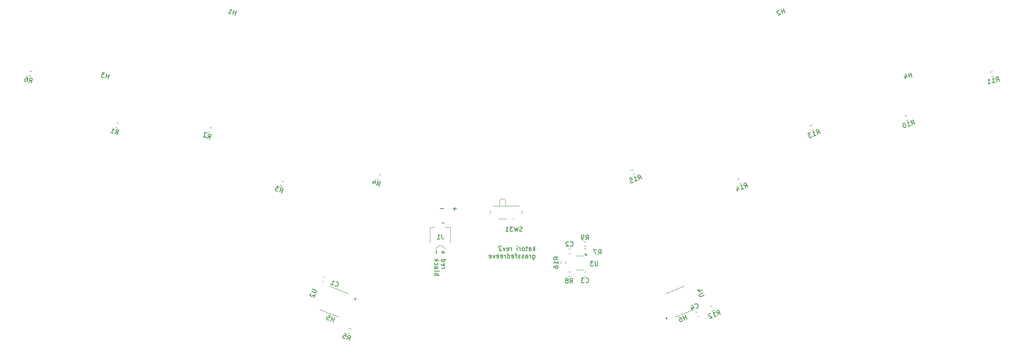
<source format=gbr>
%TF.GenerationSoftware,KiCad,Pcbnew,8.0.9-1.fc41*%
%TF.CreationDate,2025-03-09T10:33:46+11:00*%
%TF.ProjectId,katori,6b61746f-7269-42e6-9b69-6361645f7063,0.2*%
%TF.SameCoordinates,Original*%
%TF.FileFunction,Legend,Bot*%
%TF.FilePolarity,Positive*%
%FSLAX46Y46*%
G04 Gerber Fmt 4.6, Leading zero omitted, Abs format (unit mm)*
G04 Created by KiCad (PCBNEW 8.0.9-1.fc41) date 2025-03-09 10:33:46*
%MOMM*%
%LPD*%
G01*
G04 APERTURE LIST*
%ADD10C,0.150000*%
%ADD11C,0.120000*%
G04 APERTURE END LIST*
D10*
X144567860Y-119184706D02*
X145234425Y-119173071D01*
X145043978Y-119176395D02*
X145138370Y-119127121D01*
X145138370Y-119127121D02*
X145185151Y-119078678D01*
X145185151Y-119078678D02*
X145231101Y-118982623D01*
X145231101Y-118982623D02*
X145229439Y-118887400D01*
X144598019Y-118184026D02*
X144552070Y-118280081D01*
X144552070Y-118280081D02*
X144555394Y-118470528D01*
X144555394Y-118470528D02*
X144604668Y-118564921D01*
X144604668Y-118564921D02*
X144700723Y-118610870D01*
X144700723Y-118610870D02*
X145081617Y-118604222D01*
X145081617Y-118604222D02*
X145176009Y-118554948D01*
X145176009Y-118554948D02*
X145221959Y-118458893D01*
X145221959Y-118458893D02*
X145218635Y-118268446D01*
X145218635Y-118268446D02*
X145169361Y-118174054D01*
X145169361Y-118174054D02*
X145073306Y-118128104D01*
X145073306Y-118128104D02*
X144978083Y-118129766D01*
X144978083Y-118129766D02*
X144891170Y-118607546D01*
X144534617Y-117280233D02*
X145534465Y-117262781D01*
X144582229Y-117279402D02*
X144536279Y-117375457D01*
X144536279Y-117375457D02*
X144539604Y-117565904D01*
X144539604Y-117565904D02*
X144588878Y-117660297D01*
X144588878Y-117660297D02*
X144637321Y-117707077D01*
X144637321Y-117707077D02*
X144733375Y-117753027D01*
X144733375Y-117753027D02*
X145019046Y-117748041D01*
X145019046Y-117748041D02*
X145113438Y-117698767D01*
X145113438Y-117698767D02*
X145160219Y-117650324D01*
X145160219Y-117650324D02*
X145206169Y-117554269D01*
X145206169Y-117554269D02*
X145202845Y-117363822D01*
X145202845Y-117363822D02*
X145153571Y-117269429D01*
X144893904Y-116035678D02*
X144880607Y-115273889D01*
X144506361Y-115661432D02*
X145268150Y-115648135D01*
X164775798Y-115330583D02*
X164775798Y-114330583D01*
X164680560Y-114949630D02*
X164394846Y-115330583D01*
X164394846Y-114663916D02*
X164775798Y-115044868D01*
X163537703Y-115330583D02*
X163537703Y-114806773D01*
X163537703Y-114806773D02*
X163585322Y-114711535D01*
X163585322Y-114711535D02*
X163680560Y-114663916D01*
X163680560Y-114663916D02*
X163871036Y-114663916D01*
X163871036Y-114663916D02*
X163966274Y-114711535D01*
X163537703Y-115282964D02*
X163632941Y-115330583D01*
X163632941Y-115330583D02*
X163871036Y-115330583D01*
X163871036Y-115330583D02*
X163966274Y-115282964D01*
X163966274Y-115282964D02*
X164013893Y-115187725D01*
X164013893Y-115187725D02*
X164013893Y-115092487D01*
X164013893Y-115092487D02*
X163966274Y-114997249D01*
X163966274Y-114997249D02*
X163871036Y-114949630D01*
X163871036Y-114949630D02*
X163632941Y-114949630D01*
X163632941Y-114949630D02*
X163537703Y-114902011D01*
X163204369Y-114663916D02*
X162823417Y-114663916D01*
X163061512Y-114330583D02*
X163061512Y-115187725D01*
X163061512Y-115187725D02*
X163013893Y-115282964D01*
X163013893Y-115282964D02*
X162918655Y-115330583D01*
X162918655Y-115330583D02*
X162823417Y-115330583D01*
X162347226Y-115330583D02*
X162442464Y-115282964D01*
X162442464Y-115282964D02*
X162490083Y-115235344D01*
X162490083Y-115235344D02*
X162537702Y-115140106D01*
X162537702Y-115140106D02*
X162537702Y-114854392D01*
X162537702Y-114854392D02*
X162490083Y-114759154D01*
X162490083Y-114759154D02*
X162442464Y-114711535D01*
X162442464Y-114711535D02*
X162347226Y-114663916D01*
X162347226Y-114663916D02*
X162204369Y-114663916D01*
X162204369Y-114663916D02*
X162109131Y-114711535D01*
X162109131Y-114711535D02*
X162061512Y-114759154D01*
X162061512Y-114759154D02*
X162013893Y-114854392D01*
X162013893Y-114854392D02*
X162013893Y-115140106D01*
X162013893Y-115140106D02*
X162061512Y-115235344D01*
X162061512Y-115235344D02*
X162109131Y-115282964D01*
X162109131Y-115282964D02*
X162204369Y-115330583D01*
X162204369Y-115330583D02*
X162347226Y-115330583D01*
X161585321Y-115330583D02*
X161585321Y-114663916D01*
X161585321Y-114854392D02*
X161537702Y-114759154D01*
X161537702Y-114759154D02*
X161490083Y-114711535D01*
X161490083Y-114711535D02*
X161394845Y-114663916D01*
X161394845Y-114663916D02*
X161299607Y-114663916D01*
X160966273Y-115330583D02*
X160966273Y-114663916D01*
X160966273Y-114330583D02*
X161013892Y-114378202D01*
X161013892Y-114378202D02*
X160966273Y-114425821D01*
X160966273Y-114425821D02*
X160918654Y-114378202D01*
X160918654Y-114378202D02*
X160966273Y-114330583D01*
X160966273Y-114330583D02*
X160966273Y-114425821D01*
X159728178Y-115330583D02*
X159728178Y-114663916D01*
X159728178Y-114854392D02*
X159680559Y-114759154D01*
X159680559Y-114759154D02*
X159632940Y-114711535D01*
X159632940Y-114711535D02*
X159537702Y-114663916D01*
X159537702Y-114663916D02*
X159442464Y-114663916D01*
X158728178Y-115282964D02*
X158823416Y-115330583D01*
X158823416Y-115330583D02*
X159013892Y-115330583D01*
X159013892Y-115330583D02*
X159109130Y-115282964D01*
X159109130Y-115282964D02*
X159156749Y-115187725D01*
X159156749Y-115187725D02*
X159156749Y-114806773D01*
X159156749Y-114806773D02*
X159109130Y-114711535D01*
X159109130Y-114711535D02*
X159013892Y-114663916D01*
X159013892Y-114663916D02*
X158823416Y-114663916D01*
X158823416Y-114663916D02*
X158728178Y-114711535D01*
X158728178Y-114711535D02*
X158680559Y-114806773D01*
X158680559Y-114806773D02*
X158680559Y-114902011D01*
X158680559Y-114902011D02*
X159156749Y-114997249D01*
X158347225Y-114663916D02*
X158109130Y-115330583D01*
X158109130Y-115330583D02*
X157871035Y-114663916D01*
X157537701Y-114425821D02*
X157490082Y-114378202D01*
X157490082Y-114378202D02*
X157394844Y-114330583D01*
X157394844Y-114330583D02*
X157156749Y-114330583D01*
X157156749Y-114330583D02*
X157061511Y-114378202D01*
X157061511Y-114378202D02*
X157013892Y-114425821D01*
X157013892Y-114425821D02*
X156966273Y-114521059D01*
X156966273Y-114521059D02*
X156966273Y-114616297D01*
X156966273Y-114616297D02*
X157013892Y-114759154D01*
X157013892Y-114759154D02*
X157585320Y-115330583D01*
X157585320Y-115330583D02*
X156966273Y-115330583D01*
X164347227Y-116273860D02*
X164347227Y-117083384D01*
X164347227Y-117083384D02*
X164394846Y-117178622D01*
X164394846Y-117178622D02*
X164442465Y-117226241D01*
X164442465Y-117226241D02*
X164537703Y-117273860D01*
X164537703Y-117273860D02*
X164680560Y-117273860D01*
X164680560Y-117273860D02*
X164775798Y-117226241D01*
X164347227Y-116892908D02*
X164442465Y-116940527D01*
X164442465Y-116940527D02*
X164632941Y-116940527D01*
X164632941Y-116940527D02*
X164728179Y-116892908D01*
X164728179Y-116892908D02*
X164775798Y-116845288D01*
X164775798Y-116845288D02*
X164823417Y-116750050D01*
X164823417Y-116750050D02*
X164823417Y-116464336D01*
X164823417Y-116464336D02*
X164775798Y-116369098D01*
X164775798Y-116369098D02*
X164728179Y-116321479D01*
X164728179Y-116321479D02*
X164632941Y-116273860D01*
X164632941Y-116273860D02*
X164442465Y-116273860D01*
X164442465Y-116273860D02*
X164347227Y-116321479D01*
X163871036Y-116940527D02*
X163871036Y-116273860D01*
X163871036Y-116464336D02*
X163823417Y-116369098D01*
X163823417Y-116369098D02*
X163775798Y-116321479D01*
X163775798Y-116321479D02*
X163680560Y-116273860D01*
X163680560Y-116273860D02*
X163585322Y-116273860D01*
X162823417Y-116940527D02*
X162823417Y-116416717D01*
X162823417Y-116416717D02*
X162871036Y-116321479D01*
X162871036Y-116321479D02*
X162966274Y-116273860D01*
X162966274Y-116273860D02*
X163156750Y-116273860D01*
X163156750Y-116273860D02*
X163251988Y-116321479D01*
X162823417Y-116892908D02*
X162918655Y-116940527D01*
X162918655Y-116940527D02*
X163156750Y-116940527D01*
X163156750Y-116940527D02*
X163251988Y-116892908D01*
X163251988Y-116892908D02*
X163299607Y-116797669D01*
X163299607Y-116797669D02*
X163299607Y-116702431D01*
X163299607Y-116702431D02*
X163251988Y-116607193D01*
X163251988Y-116607193D02*
X163156750Y-116559574D01*
X163156750Y-116559574D02*
X162918655Y-116559574D01*
X162918655Y-116559574D02*
X162823417Y-116511955D01*
X162394845Y-116892908D02*
X162299607Y-116940527D01*
X162299607Y-116940527D02*
X162109131Y-116940527D01*
X162109131Y-116940527D02*
X162013893Y-116892908D01*
X162013893Y-116892908D02*
X161966274Y-116797669D01*
X161966274Y-116797669D02*
X161966274Y-116750050D01*
X161966274Y-116750050D02*
X162013893Y-116654812D01*
X162013893Y-116654812D02*
X162109131Y-116607193D01*
X162109131Y-116607193D02*
X162251988Y-116607193D01*
X162251988Y-116607193D02*
X162347226Y-116559574D01*
X162347226Y-116559574D02*
X162394845Y-116464336D01*
X162394845Y-116464336D02*
X162394845Y-116416717D01*
X162394845Y-116416717D02*
X162347226Y-116321479D01*
X162347226Y-116321479D02*
X162251988Y-116273860D01*
X162251988Y-116273860D02*
X162109131Y-116273860D01*
X162109131Y-116273860D02*
X162013893Y-116321479D01*
X161585321Y-116892908D02*
X161490083Y-116940527D01*
X161490083Y-116940527D02*
X161299607Y-116940527D01*
X161299607Y-116940527D02*
X161204369Y-116892908D01*
X161204369Y-116892908D02*
X161156750Y-116797669D01*
X161156750Y-116797669D02*
X161156750Y-116750050D01*
X161156750Y-116750050D02*
X161204369Y-116654812D01*
X161204369Y-116654812D02*
X161299607Y-116607193D01*
X161299607Y-116607193D02*
X161442464Y-116607193D01*
X161442464Y-116607193D02*
X161537702Y-116559574D01*
X161537702Y-116559574D02*
X161585321Y-116464336D01*
X161585321Y-116464336D02*
X161585321Y-116416717D01*
X161585321Y-116416717D02*
X161537702Y-116321479D01*
X161537702Y-116321479D02*
X161442464Y-116273860D01*
X161442464Y-116273860D02*
X161299607Y-116273860D01*
X161299607Y-116273860D02*
X161204369Y-116321479D01*
X160871035Y-116273860D02*
X160490083Y-116273860D01*
X160728178Y-116940527D02*
X160728178Y-116083384D01*
X160728178Y-116083384D02*
X160680559Y-115988146D01*
X160680559Y-115988146D02*
X160585321Y-115940527D01*
X160585321Y-115940527D02*
X160490083Y-115940527D01*
X159775797Y-116892908D02*
X159871035Y-116940527D01*
X159871035Y-116940527D02*
X160061511Y-116940527D01*
X160061511Y-116940527D02*
X160156749Y-116892908D01*
X160156749Y-116892908D02*
X160204368Y-116797669D01*
X160204368Y-116797669D02*
X160204368Y-116416717D01*
X160204368Y-116416717D02*
X160156749Y-116321479D01*
X160156749Y-116321479D02*
X160061511Y-116273860D01*
X160061511Y-116273860D02*
X159871035Y-116273860D01*
X159871035Y-116273860D02*
X159775797Y-116321479D01*
X159775797Y-116321479D02*
X159728178Y-116416717D01*
X159728178Y-116416717D02*
X159728178Y-116511955D01*
X159728178Y-116511955D02*
X160204368Y-116607193D01*
X158871035Y-116940527D02*
X158871035Y-115940527D01*
X158871035Y-116892908D02*
X158966273Y-116940527D01*
X158966273Y-116940527D02*
X159156749Y-116940527D01*
X159156749Y-116940527D02*
X159251987Y-116892908D01*
X159251987Y-116892908D02*
X159299606Y-116845288D01*
X159299606Y-116845288D02*
X159347225Y-116750050D01*
X159347225Y-116750050D02*
X159347225Y-116464336D01*
X159347225Y-116464336D02*
X159299606Y-116369098D01*
X159299606Y-116369098D02*
X159251987Y-116321479D01*
X159251987Y-116321479D02*
X159156749Y-116273860D01*
X159156749Y-116273860D02*
X158966273Y-116273860D01*
X158966273Y-116273860D02*
X158871035Y-116321479D01*
X158394844Y-116940527D02*
X158394844Y-116273860D01*
X158394844Y-116464336D02*
X158347225Y-116369098D01*
X158347225Y-116369098D02*
X158299606Y-116321479D01*
X158299606Y-116321479D02*
X158204368Y-116273860D01*
X158204368Y-116273860D02*
X158109130Y-116273860D01*
X157394844Y-116892908D02*
X157490082Y-116940527D01*
X157490082Y-116940527D02*
X157680558Y-116940527D01*
X157680558Y-116940527D02*
X157775796Y-116892908D01*
X157775796Y-116892908D02*
X157823415Y-116797669D01*
X157823415Y-116797669D02*
X157823415Y-116416717D01*
X157823415Y-116416717D02*
X157775796Y-116321479D01*
X157775796Y-116321479D02*
X157680558Y-116273860D01*
X157680558Y-116273860D02*
X157490082Y-116273860D01*
X157490082Y-116273860D02*
X157394844Y-116321479D01*
X157394844Y-116321479D02*
X157347225Y-116416717D01*
X157347225Y-116416717D02*
X157347225Y-116511955D01*
X157347225Y-116511955D02*
X157823415Y-116607193D01*
X156537701Y-116892908D02*
X156632939Y-116940527D01*
X156632939Y-116940527D02*
X156823415Y-116940527D01*
X156823415Y-116940527D02*
X156918653Y-116892908D01*
X156918653Y-116892908D02*
X156966272Y-116797669D01*
X156966272Y-116797669D02*
X156966272Y-116416717D01*
X156966272Y-116416717D02*
X156918653Y-116321479D01*
X156918653Y-116321479D02*
X156823415Y-116273860D01*
X156823415Y-116273860D02*
X156632939Y-116273860D01*
X156632939Y-116273860D02*
X156537701Y-116321479D01*
X156537701Y-116321479D02*
X156490082Y-116416717D01*
X156490082Y-116416717D02*
X156490082Y-116511955D01*
X156490082Y-116511955D02*
X156966272Y-116607193D01*
X156156748Y-116273860D02*
X155918653Y-116940527D01*
X155918653Y-116940527D02*
X155680558Y-116273860D01*
X154918653Y-116892908D02*
X155013891Y-116940527D01*
X155013891Y-116940527D02*
X155204367Y-116940527D01*
X155204367Y-116940527D02*
X155299605Y-116892908D01*
X155299605Y-116892908D02*
X155347224Y-116797669D01*
X155347224Y-116797669D02*
X155347224Y-116416717D01*
X155347224Y-116416717D02*
X155299605Y-116321479D01*
X155299605Y-116321479D02*
X155204367Y-116273860D01*
X155204367Y-116273860D02*
X155013891Y-116273860D01*
X155013891Y-116273860D02*
X154918653Y-116321479D01*
X154918653Y-116321479D02*
X154871034Y-116416717D01*
X154871034Y-116416717D02*
X154871034Y-116511955D01*
X154871034Y-116511955D02*
X155347224Y-116607193D01*
X143094266Y-120710660D02*
X144094114Y-120693207D01*
X143713219Y-120699856D02*
X143759169Y-120603801D01*
X143759169Y-120603801D02*
X143755845Y-120413354D01*
X143755845Y-120413354D02*
X143706571Y-120318961D01*
X143706571Y-120318961D02*
X143658128Y-120272181D01*
X143658128Y-120272181D02*
X143562073Y-120226231D01*
X143562073Y-120226231D02*
X143276403Y-120231217D01*
X143276403Y-120231217D02*
X143182010Y-120280491D01*
X143182010Y-120280491D02*
X143135229Y-120328934D01*
X143135229Y-120328934D02*
X143089280Y-120424989D01*
X143089280Y-120424989D02*
X143092604Y-120615436D01*
X143092604Y-120615436D02*
X143141878Y-120709829D01*
X143075983Y-119663200D02*
X143125256Y-119757593D01*
X143125256Y-119757593D02*
X143221311Y-119803542D01*
X143221311Y-119803542D02*
X144078323Y-119788583D01*
X143061854Y-118853799D02*
X143585584Y-118844657D01*
X143585584Y-118844657D02*
X143681639Y-118890607D01*
X143681639Y-118890607D02*
X143730913Y-118984999D01*
X143730913Y-118984999D02*
X143734237Y-119175447D01*
X143734237Y-119175447D02*
X143688287Y-119271501D01*
X143109466Y-118852968D02*
X143063517Y-118949023D01*
X143063517Y-118949023D02*
X143067672Y-119187082D01*
X143067672Y-119187082D02*
X143116946Y-119281474D01*
X143116946Y-119281474D02*
X143213000Y-119327424D01*
X143213000Y-119327424D02*
X143308224Y-119325762D01*
X143308224Y-119325762D02*
X143402617Y-119276488D01*
X143402617Y-119276488D02*
X143448566Y-119180433D01*
X143448566Y-119180433D02*
X143444411Y-118942374D01*
X143444411Y-118942374D02*
X143490361Y-118846319D01*
X143093676Y-117948344D02*
X143047726Y-118044398D01*
X143047726Y-118044398D02*
X143051051Y-118234846D01*
X143051051Y-118234846D02*
X143100324Y-118329238D01*
X143100324Y-118329238D02*
X143148767Y-118376019D01*
X143148767Y-118376019D02*
X143244822Y-118421968D01*
X143244822Y-118421968D02*
X143530493Y-118416982D01*
X143530493Y-118416982D02*
X143624885Y-118367708D01*
X143624885Y-118367708D02*
X143671666Y-118319265D01*
X143671666Y-118319265D02*
X143717616Y-118223211D01*
X143717616Y-118223211D02*
X143714291Y-118032763D01*
X143714291Y-118032763D02*
X143665017Y-117938371D01*
X143038585Y-117520669D02*
X144038432Y-117503216D01*
X143417817Y-117418796D02*
X143031936Y-117139774D01*
X143698501Y-117128139D02*
X143324255Y-117515682D01*
X143392054Y-115942830D02*
X143378757Y-115181042D01*
X147771796Y-106214573D02*
X147009892Y-106214573D01*
X147390844Y-106595526D02*
X147390844Y-105833621D01*
X145009891Y-106214573D02*
X144247987Y-106214573D01*
X197753168Y-130242507D02*
X197378561Y-129315323D01*
X197556945Y-129756839D02*
X197027126Y-129970900D01*
X197223348Y-130456568D02*
X196848742Y-129529384D01*
X196009861Y-129868314D02*
X196186467Y-129796960D01*
X196186467Y-129796960D02*
X196292609Y-129805435D01*
X196292609Y-129805435D02*
X196354599Y-129831748D01*
X196354599Y-129831748D02*
X196496418Y-129928526D01*
X196496418Y-129928526D02*
X196611923Y-130087294D01*
X196611923Y-130087294D02*
X196754630Y-130440507D01*
X196754630Y-130440507D02*
X196746155Y-130546649D01*
X196746155Y-130546649D02*
X196719842Y-130608639D01*
X196719842Y-130608639D02*
X196649377Y-130688467D01*
X196649377Y-130688467D02*
X196472771Y-130759821D01*
X196472771Y-130759821D02*
X196366629Y-130751346D01*
X196366629Y-130751346D02*
X196304639Y-130725033D01*
X196304639Y-130725033D02*
X196224811Y-130654568D01*
X196224811Y-130654568D02*
X196135619Y-130433810D01*
X196135619Y-130433810D02*
X196144093Y-130327668D01*
X196144093Y-130327668D02*
X196170407Y-130265678D01*
X196170407Y-130265678D02*
X196240871Y-130185850D01*
X196240871Y-130185850D02*
X196417478Y-130114496D01*
X196417478Y-130114496D02*
X196523620Y-130122971D01*
X196523620Y-130122971D02*
X196585610Y-130149284D01*
X196585610Y-130149284D02*
X196665438Y-130219749D01*
X116605572Y-123663987D02*
X117356149Y-123967240D01*
X117356149Y-123967240D02*
X117426614Y-124047069D01*
X117426614Y-124047069D02*
X117452927Y-124109059D01*
X117452927Y-124109059D02*
X117461402Y-124215200D01*
X117461402Y-124215200D02*
X117390049Y-124391807D01*
X117390049Y-124391807D02*
X117310220Y-124462272D01*
X117310220Y-124462272D02*
X117248230Y-124488585D01*
X117248230Y-124488585D02*
X117142089Y-124497060D01*
X117142089Y-124497060D02*
X116391511Y-124193807D01*
X116319269Y-124626848D02*
X116257279Y-124653161D01*
X116257279Y-124653161D02*
X116177450Y-124723626D01*
X116177450Y-124723626D02*
X116088258Y-124944384D01*
X116088258Y-124944384D02*
X116096733Y-125050526D01*
X116096733Y-125050526D02*
X116123046Y-125112516D01*
X116123046Y-125112516D02*
X116193511Y-125192344D01*
X116193511Y-125192344D02*
X116281814Y-125228021D01*
X116281814Y-125228021D02*
X116432108Y-125237385D01*
X116432108Y-125237385D02*
X117175988Y-124921626D01*
X117175988Y-124921626D02*
X116944088Y-125495597D01*
X226090170Y-90120720D02*
X226220847Y-89554335D01*
X226619989Y-89906659D02*
X226245382Y-88979475D01*
X226245382Y-88979475D02*
X225892169Y-89122182D01*
X225892169Y-89122182D02*
X225821705Y-89202011D01*
X225821705Y-89202011D02*
X225795391Y-89264001D01*
X225795391Y-89264001D02*
X225786917Y-89370142D01*
X225786917Y-89370142D02*
X225840432Y-89502597D01*
X225840432Y-89502597D02*
X225920260Y-89573062D01*
X225920260Y-89573062D02*
X225982250Y-89599375D01*
X225982250Y-89599375D02*
X226088392Y-89607850D01*
X226088392Y-89607850D02*
X226441605Y-89465143D01*
X225207137Y-90477488D02*
X225736957Y-90263427D01*
X225472047Y-90370458D02*
X225097440Y-89443274D01*
X225097440Y-89443274D02*
X225239259Y-89540052D01*
X225239259Y-89540052D02*
X225363239Y-89592678D01*
X225363239Y-89592678D02*
X225469380Y-89601153D01*
X224523469Y-89675173D02*
X223949498Y-89907072D01*
X223949498Y-89907072D02*
X224401267Y-90135416D01*
X224401267Y-90135416D02*
X224268812Y-90188932D01*
X224268812Y-90188932D02*
X224198347Y-90268760D01*
X224198347Y-90268760D02*
X224172034Y-90330750D01*
X224172034Y-90330750D02*
X224163559Y-90436892D01*
X224163559Y-90436892D02*
X224252751Y-90657650D01*
X224252751Y-90657650D02*
X224332580Y-90728115D01*
X224332580Y-90728115D02*
X224394570Y-90754428D01*
X224394570Y-90754428D02*
X224500711Y-90762903D01*
X224500711Y-90762903D02*
X224765621Y-90655872D01*
X224765621Y-90655872D02*
X224836086Y-90576044D01*
X224836086Y-90576044D02*
X224862399Y-90514054D01*
X121417243Y-122866139D02*
X121443557Y-122928129D01*
X121443557Y-122928129D02*
X121558173Y-123025796D01*
X121558173Y-123025796D02*
X121646476Y-123061473D01*
X121646476Y-123061473D02*
X121796769Y-123070837D01*
X121796769Y-123070837D02*
X121920749Y-123018210D01*
X121920749Y-123018210D02*
X122000578Y-122947745D01*
X122000578Y-122947745D02*
X122116083Y-122788977D01*
X122116083Y-122788977D02*
X122169598Y-122656523D01*
X122169598Y-122656523D02*
X122196800Y-122462078D01*
X122196800Y-122462078D02*
X122188326Y-122355936D01*
X122188326Y-122355936D02*
X122135699Y-122231956D01*
X122135699Y-122231956D02*
X122021083Y-122134289D01*
X122021083Y-122134289D02*
X121932780Y-122098612D01*
X121932780Y-122098612D02*
X121782486Y-122089249D01*
X121782486Y-122089249D02*
X121720496Y-122115562D01*
X120498534Y-122597674D02*
X121028354Y-122811735D01*
X120763444Y-122704705D02*
X121138051Y-121777521D01*
X121138051Y-121777521D02*
X121172839Y-121945653D01*
X121172839Y-121945653D02*
X121225465Y-122069633D01*
X121225465Y-122069633D02*
X121295930Y-122149461D01*
X219019822Y-63730216D02*
X218694254Y-62784698D01*
X218849287Y-63234945D02*
X218308990Y-63420984D01*
X218479526Y-63916255D02*
X218153958Y-62970737D01*
X217779742Y-63200315D02*
X217719214Y-63170794D01*
X217719214Y-63170794D02*
X217613661Y-63156776D01*
X217613661Y-63156776D02*
X217388538Y-63234292D01*
X217388538Y-63234292D02*
X217313992Y-63310323D01*
X217313992Y-63310323D02*
X217284470Y-63370851D01*
X217284470Y-63370851D02*
X217270452Y-63476404D01*
X217270452Y-63476404D02*
X217301459Y-63566453D01*
X217301459Y-63566453D02*
X217392993Y-63686024D01*
X217392993Y-63686024D02*
X218119328Y-64040281D01*
X218119328Y-64040281D02*
X217534007Y-64241824D01*
X172407501Y-122376316D02*
X172740834Y-121900125D01*
X172978929Y-122376316D02*
X172978929Y-121376316D01*
X172978929Y-121376316D02*
X172597977Y-121376316D01*
X172597977Y-121376316D02*
X172502739Y-121423935D01*
X172502739Y-121423935D02*
X172455120Y-121471554D01*
X172455120Y-121471554D02*
X172407501Y-121566792D01*
X172407501Y-121566792D02*
X172407501Y-121709649D01*
X172407501Y-121709649D02*
X172455120Y-121804887D01*
X172455120Y-121804887D02*
X172502739Y-121852506D01*
X172502739Y-121852506D02*
X172597977Y-121900125D01*
X172597977Y-121900125D02*
X172978929Y-121900125D01*
X171836072Y-121804887D02*
X171931310Y-121757268D01*
X171931310Y-121757268D02*
X171978929Y-121709649D01*
X171978929Y-121709649D02*
X172026548Y-121614411D01*
X172026548Y-121614411D02*
X172026548Y-121566792D01*
X172026548Y-121566792D02*
X171978929Y-121471554D01*
X171978929Y-121471554D02*
X171931310Y-121423935D01*
X171931310Y-121423935D02*
X171836072Y-121376316D01*
X171836072Y-121376316D02*
X171645596Y-121376316D01*
X171645596Y-121376316D02*
X171550358Y-121423935D01*
X171550358Y-121423935D02*
X171502739Y-121471554D01*
X171502739Y-121471554D02*
X171455120Y-121566792D01*
X171455120Y-121566792D02*
X171455120Y-121614411D01*
X171455120Y-121614411D02*
X171502739Y-121709649D01*
X171502739Y-121709649D02*
X171550358Y-121757268D01*
X171550358Y-121757268D02*
X171645596Y-121804887D01*
X171645596Y-121804887D02*
X171836072Y-121804887D01*
X171836072Y-121804887D02*
X171931310Y-121852506D01*
X171931310Y-121852506D02*
X171978929Y-121900125D01*
X171978929Y-121900125D02*
X172026548Y-121995363D01*
X172026548Y-121995363D02*
X172026548Y-122185839D01*
X172026548Y-122185839D02*
X171978929Y-122281077D01*
X171978929Y-122281077D02*
X171931310Y-122328697D01*
X171931310Y-122328697D02*
X171836072Y-122376316D01*
X171836072Y-122376316D02*
X171645596Y-122376316D01*
X171645596Y-122376316D02*
X171550358Y-122328697D01*
X171550358Y-122328697D02*
X171502739Y-122281077D01*
X171502739Y-122281077D02*
X171455120Y-122185839D01*
X171455120Y-122185839D02*
X171455120Y-121995363D01*
X171455120Y-121995363D02*
X171502739Y-121900125D01*
X171502739Y-121900125D02*
X171550358Y-121852506D01*
X171550358Y-121852506D02*
X171645596Y-121804887D01*
X204454790Y-129358068D02*
X204585467Y-128791683D01*
X204984609Y-129144007D02*
X204610002Y-128216823D01*
X204610002Y-128216823D02*
X204256789Y-128359530D01*
X204256789Y-128359530D02*
X204186325Y-128439359D01*
X204186325Y-128439359D02*
X204160011Y-128501349D01*
X204160011Y-128501349D02*
X204151537Y-128607490D01*
X204151537Y-128607490D02*
X204205052Y-128739945D01*
X204205052Y-128739945D02*
X204284880Y-128810410D01*
X204284880Y-128810410D02*
X204346870Y-128836723D01*
X204346870Y-128836723D02*
X204453012Y-128845198D01*
X204453012Y-128845198D02*
X204806225Y-128702491D01*
X203571757Y-129714836D02*
X204101577Y-129500775D01*
X203836667Y-129607806D02*
X203462060Y-128680622D01*
X203462060Y-128680622D02*
X203603879Y-128777400D01*
X203603879Y-128777400D02*
X203727859Y-128830026D01*
X203727859Y-128830026D02*
X203834000Y-128838501D01*
X202879615Y-129018663D02*
X202817625Y-128992349D01*
X202817625Y-128992349D02*
X202711483Y-128983875D01*
X202711483Y-128983875D02*
X202490725Y-129073067D01*
X202490725Y-129073067D02*
X202420260Y-129152895D01*
X202420260Y-129152895D02*
X202393947Y-129214885D01*
X202393947Y-129214885D02*
X202385472Y-129321027D01*
X202385472Y-129321027D02*
X202421149Y-129409330D01*
X202421149Y-129409330D02*
X202518816Y-129523946D01*
X202518816Y-129523946D02*
X203262696Y-129839705D01*
X203262696Y-129839705D02*
X202688725Y-130071604D01*
X99799693Y-64226308D02*
X100125261Y-63280790D01*
X99970229Y-63731037D02*
X99429932Y-63544998D01*
X99259397Y-64040269D02*
X99584965Y-63094751D01*
X98313878Y-63714701D02*
X98854174Y-63900740D01*
X98584026Y-63807721D02*
X98909594Y-62862202D01*
X98909594Y-62862202D02*
X98953134Y-63028283D01*
X98953134Y-63028283D02*
X99012177Y-63149339D01*
X99012177Y-63149339D02*
X99086723Y-63225370D01*
X210413554Y-101739304D02*
X210544231Y-101172919D01*
X210943373Y-101525243D02*
X210568766Y-100598059D01*
X210568766Y-100598059D02*
X210215553Y-100740766D01*
X210215553Y-100740766D02*
X210145089Y-100820595D01*
X210145089Y-100820595D02*
X210118775Y-100882585D01*
X210118775Y-100882585D02*
X210110301Y-100988726D01*
X210110301Y-100988726D02*
X210163816Y-101121181D01*
X210163816Y-101121181D02*
X210243644Y-101191646D01*
X210243644Y-101191646D02*
X210305634Y-101217959D01*
X210305634Y-101217959D02*
X210411776Y-101226434D01*
X210411776Y-101226434D02*
X210764989Y-101083727D01*
X209530521Y-102096072D02*
X210060341Y-101882011D01*
X209795431Y-101989042D02*
X209420824Y-101061858D01*
X209420824Y-101061858D02*
X209562643Y-101158636D01*
X209562643Y-101158636D02*
X209686623Y-101211262D01*
X209686623Y-101211262D02*
X209792764Y-101219737D01*
X208486054Y-101799041D02*
X208735792Y-102417163D01*
X208564105Y-101356636D02*
X209052439Y-101929718D01*
X209052439Y-101929718D02*
X208478469Y-102161617D01*
X144605621Y-111803238D02*
X144605621Y-112517523D01*
X144605621Y-112517523D02*
X144653240Y-112660380D01*
X144653240Y-112660380D02*
X144748478Y-112755619D01*
X144748478Y-112755619D02*
X144891335Y-112803238D01*
X144891335Y-112803238D02*
X144986573Y-112803238D01*
X143605621Y-112803238D02*
X144177049Y-112803238D01*
X143891335Y-112803238D02*
X143891335Y-111803238D01*
X143891335Y-111803238D02*
X143986573Y-111946095D01*
X143986573Y-111946095D02*
X144081811Y-112041333D01*
X144081811Y-112041333D02*
X144177049Y-112088952D01*
X169858176Y-117278672D02*
X169381985Y-116945339D01*
X169858176Y-116707244D02*
X168858176Y-116707244D01*
X168858176Y-116707244D02*
X168858176Y-117088196D01*
X168858176Y-117088196D02*
X168905795Y-117183434D01*
X168905795Y-117183434D02*
X168953414Y-117231053D01*
X168953414Y-117231053D02*
X169048652Y-117278672D01*
X169048652Y-117278672D02*
X169191509Y-117278672D01*
X169191509Y-117278672D02*
X169286747Y-117231053D01*
X169286747Y-117231053D02*
X169334366Y-117183434D01*
X169334366Y-117183434D02*
X169381985Y-117088196D01*
X169381985Y-117088196D02*
X169381985Y-116707244D01*
X169858176Y-118231053D02*
X169858176Y-117659625D01*
X169858176Y-117945339D02*
X168858176Y-117945339D01*
X168858176Y-117945339D02*
X169001033Y-117850101D01*
X169001033Y-117850101D02*
X169096271Y-117754863D01*
X169096271Y-117754863D02*
X169143890Y-117659625D01*
X168858176Y-119088196D02*
X168858176Y-118897720D01*
X168858176Y-118897720D02*
X168905795Y-118802482D01*
X168905795Y-118802482D02*
X168953414Y-118754863D01*
X168953414Y-118754863D02*
X169096271Y-118659625D01*
X169096271Y-118659625D02*
X169286747Y-118612006D01*
X169286747Y-118612006D02*
X169667699Y-118612006D01*
X169667699Y-118612006D02*
X169762937Y-118659625D01*
X169762937Y-118659625D02*
X169810557Y-118707244D01*
X169810557Y-118707244D02*
X169858176Y-118802482D01*
X169858176Y-118802482D02*
X169858176Y-118992958D01*
X169858176Y-118992958D02*
X169810557Y-119088196D01*
X169810557Y-119088196D02*
X169762937Y-119135815D01*
X169762937Y-119135815D02*
X169667699Y-119183434D01*
X169667699Y-119183434D02*
X169429604Y-119183434D01*
X169429604Y-119183434D02*
X169334366Y-119135815D01*
X169334366Y-119135815D02*
X169286747Y-119088196D01*
X169286747Y-119088196D02*
X169239128Y-118992958D01*
X169239128Y-118992958D02*
X169239128Y-118802482D01*
X169239128Y-118802482D02*
X169286747Y-118707244D01*
X169286747Y-118707244D02*
X169334366Y-118659625D01*
X169334366Y-118659625D02*
X169429604Y-118612006D01*
X130391535Y-101136082D02*
X130878981Y-100819434D01*
X130921355Y-101350143D02*
X131295961Y-100422959D01*
X131295961Y-100422959D02*
X130942749Y-100280251D01*
X130942749Y-100280251D02*
X130836607Y-100288726D01*
X130836607Y-100288726D02*
X130774617Y-100315039D01*
X130774617Y-100315039D02*
X130694788Y-100385504D01*
X130694788Y-100385504D02*
X130641273Y-100517959D01*
X130641273Y-100517959D02*
X130649748Y-100624101D01*
X130649748Y-100624101D02*
X130676061Y-100686091D01*
X130676061Y-100686091D02*
X130746526Y-100765919D01*
X130746526Y-100765919D02*
X131099739Y-100908626D01*
X129846544Y-100196868D02*
X129596806Y-100814990D01*
X130210010Y-99932847D02*
X130163191Y-100684313D01*
X130163191Y-100684313D02*
X129589220Y-100452414D01*
X55075925Y-78758819D02*
X55514558Y-78377414D01*
X55630380Y-78897060D02*
X55872302Y-77926764D01*
X55872302Y-77926764D02*
X55502665Y-77834603D01*
X55502665Y-77834603D02*
X55398736Y-77857768D01*
X55398736Y-77857768D02*
X55341012Y-77892452D01*
X55341012Y-77892452D02*
X55271767Y-77973341D01*
X55271767Y-77973341D02*
X55237207Y-78111955D01*
X55237207Y-78111955D02*
X55260371Y-78215884D01*
X55260371Y-78215884D02*
X55295055Y-78273609D01*
X55295055Y-78273609D02*
X55375944Y-78342853D01*
X55375944Y-78342853D02*
X55745581Y-78435014D01*
X54486165Y-77581161D02*
X54670983Y-77627242D01*
X54670983Y-77627242D02*
X54751872Y-77696486D01*
X54751872Y-77696486D02*
X54786557Y-77754211D01*
X54786557Y-77754211D02*
X54844406Y-77915865D01*
X54844406Y-77915865D02*
X54844530Y-78112203D01*
X54844530Y-78112203D02*
X54752369Y-78481840D01*
X54752369Y-78481840D02*
X54683124Y-78562729D01*
X54683124Y-78562729D02*
X54625400Y-78597413D01*
X54625400Y-78597413D02*
X54521471Y-78620578D01*
X54521471Y-78620578D02*
X54336652Y-78574497D01*
X54336652Y-78574497D02*
X54255763Y-78505252D01*
X54255763Y-78505252D02*
X54221079Y-78447528D01*
X54221079Y-78447528D02*
X54197914Y-78343599D01*
X54197914Y-78343599D02*
X54255515Y-78112576D01*
X54255515Y-78112576D02*
X54324760Y-78031687D01*
X54324760Y-78031687D02*
X54382484Y-77997002D01*
X54382484Y-77997002D02*
X54486414Y-77973838D01*
X54486414Y-77973838D02*
X54671232Y-78019918D01*
X54671232Y-78019918D02*
X54752121Y-78089163D01*
X54752121Y-78089163D02*
X54786805Y-78146888D01*
X54786805Y-78146888D02*
X54809970Y-78250817D01*
X172432513Y-114281111D02*
X172480132Y-114328731D01*
X172480132Y-114328731D02*
X172622989Y-114376350D01*
X172622989Y-114376350D02*
X172718227Y-114376350D01*
X172718227Y-114376350D02*
X172861084Y-114328731D01*
X172861084Y-114328731D02*
X172956322Y-114233492D01*
X172956322Y-114233492D02*
X173003941Y-114138254D01*
X173003941Y-114138254D02*
X173051560Y-113947778D01*
X173051560Y-113947778D02*
X173051560Y-113804921D01*
X173051560Y-113804921D02*
X173003941Y-113614445D01*
X173003941Y-113614445D02*
X172956322Y-113519207D01*
X172956322Y-113519207D02*
X172861084Y-113423969D01*
X172861084Y-113423969D02*
X172718227Y-113376350D01*
X172718227Y-113376350D02*
X172622989Y-113376350D01*
X172622989Y-113376350D02*
X172480132Y-113423969D01*
X172480132Y-113423969D02*
X172432513Y-113471588D01*
X172051560Y-113471588D02*
X172003941Y-113423969D01*
X172003941Y-113423969D02*
X171908703Y-113376350D01*
X171908703Y-113376350D02*
X171670608Y-113376350D01*
X171670608Y-113376350D02*
X171575370Y-113423969D01*
X171575370Y-113423969D02*
X171527751Y-113471588D01*
X171527751Y-113471588D02*
X171480132Y-113566826D01*
X171480132Y-113566826D02*
X171480132Y-113662064D01*
X171480132Y-113662064D02*
X171527751Y-113804921D01*
X171527751Y-113804921D02*
X172099179Y-114376350D01*
X172099179Y-114376350D02*
X171480132Y-114376350D01*
X201469000Y-125023192D02*
X200718423Y-125326445D01*
X200718423Y-125326445D02*
X200612281Y-125317970D01*
X200612281Y-125317970D02*
X200550291Y-125291657D01*
X200550291Y-125291657D02*
X200470463Y-125221192D01*
X200470463Y-125221192D02*
X200399109Y-125044586D01*
X200399109Y-125044586D02*
X200407584Y-124938444D01*
X200407584Y-124938444D02*
X200433897Y-124876454D01*
X200433897Y-124876454D02*
X200504362Y-124796626D01*
X200504362Y-124796626D02*
X201254939Y-124493373D01*
X200606948Y-123779361D02*
X199988826Y-124029099D01*
X201049353Y-123857412D02*
X200476271Y-124345746D01*
X200476271Y-124345746D02*
X200244372Y-123771775D01*
X175820001Y-112946342D02*
X176153334Y-112470151D01*
X176391429Y-112946342D02*
X176391429Y-111946342D01*
X176391429Y-111946342D02*
X176010477Y-111946342D01*
X176010477Y-111946342D02*
X175915239Y-111993961D01*
X175915239Y-111993961D02*
X175867620Y-112041580D01*
X175867620Y-112041580D02*
X175820001Y-112136818D01*
X175820001Y-112136818D02*
X175820001Y-112279675D01*
X175820001Y-112279675D02*
X175867620Y-112374913D01*
X175867620Y-112374913D02*
X175915239Y-112422532D01*
X175915239Y-112422532D02*
X176010477Y-112470151D01*
X176010477Y-112470151D02*
X176391429Y-112470151D01*
X175343810Y-112946342D02*
X175153334Y-112946342D01*
X175153334Y-112946342D02*
X175058096Y-112898723D01*
X175058096Y-112898723D02*
X175010477Y-112851103D01*
X175010477Y-112851103D02*
X174915239Y-112708246D01*
X174915239Y-112708246D02*
X174867620Y-112517770D01*
X174867620Y-112517770D02*
X174867620Y-112136818D01*
X174867620Y-112136818D02*
X174915239Y-112041580D01*
X174915239Y-112041580D02*
X174962858Y-111993961D01*
X174962858Y-111993961D02*
X175058096Y-111946342D01*
X175058096Y-111946342D02*
X175248572Y-111946342D01*
X175248572Y-111946342D02*
X175343810Y-111993961D01*
X175343810Y-111993961D02*
X175391429Y-112041580D01*
X175391429Y-112041580D02*
X175439048Y-112136818D01*
X175439048Y-112136818D02*
X175439048Y-112374913D01*
X175439048Y-112374913D02*
X175391429Y-112470151D01*
X175391429Y-112470151D02*
X175343810Y-112517770D01*
X175343810Y-112517770D02*
X175248572Y-112565389D01*
X175248572Y-112565389D02*
X175058096Y-112565389D01*
X175058096Y-112565389D02*
X174962858Y-112517770D01*
X174962858Y-112517770D02*
X174915239Y-112470151D01*
X174915239Y-112470151D02*
X174867620Y-112374913D01*
X162077148Y-111099280D02*
X161934291Y-111146899D01*
X161934291Y-111146899D02*
X161696196Y-111146899D01*
X161696196Y-111146899D02*
X161600958Y-111099280D01*
X161600958Y-111099280D02*
X161553339Y-111051660D01*
X161553339Y-111051660D02*
X161505720Y-110956422D01*
X161505720Y-110956422D02*
X161505720Y-110861184D01*
X161505720Y-110861184D02*
X161553339Y-110765946D01*
X161553339Y-110765946D02*
X161600958Y-110718327D01*
X161600958Y-110718327D02*
X161696196Y-110670708D01*
X161696196Y-110670708D02*
X161886672Y-110623089D01*
X161886672Y-110623089D02*
X161981910Y-110575470D01*
X161981910Y-110575470D02*
X162029529Y-110527851D01*
X162029529Y-110527851D02*
X162077148Y-110432613D01*
X162077148Y-110432613D02*
X162077148Y-110337375D01*
X162077148Y-110337375D02*
X162029529Y-110242137D01*
X162029529Y-110242137D02*
X161981910Y-110194518D01*
X161981910Y-110194518D02*
X161886672Y-110146899D01*
X161886672Y-110146899D02*
X161648577Y-110146899D01*
X161648577Y-110146899D02*
X161505720Y-110194518D01*
X161172386Y-110146899D02*
X160934291Y-111146899D01*
X160934291Y-111146899D02*
X160743815Y-110432613D01*
X160743815Y-110432613D02*
X160553339Y-111146899D01*
X160553339Y-111146899D02*
X160315244Y-110146899D01*
X160029529Y-110146899D02*
X159410482Y-110146899D01*
X159410482Y-110146899D02*
X159743815Y-110527851D01*
X159743815Y-110527851D02*
X159600958Y-110527851D01*
X159600958Y-110527851D02*
X159505720Y-110575470D01*
X159505720Y-110575470D02*
X159458101Y-110623089D01*
X159458101Y-110623089D02*
X159410482Y-110718327D01*
X159410482Y-110718327D02*
X159410482Y-110956422D01*
X159410482Y-110956422D02*
X159458101Y-111051660D01*
X159458101Y-111051660D02*
X159505720Y-111099280D01*
X159505720Y-111099280D02*
X159600958Y-111146899D01*
X159600958Y-111146899D02*
X159886672Y-111146899D01*
X159886672Y-111146899D02*
X159981910Y-111099280D01*
X159981910Y-111099280D02*
X160029529Y-111051660D01*
X158458101Y-111146899D02*
X159029529Y-111146899D01*
X158743815Y-111146899D02*
X158743815Y-110146899D01*
X158743815Y-110146899D02*
X158839053Y-110289756D01*
X158839053Y-110289756D02*
X158934291Y-110384994D01*
X158934291Y-110384994D02*
X159029529Y-110432613D01*
X93724838Y-90888696D02*
X94212284Y-90572048D01*
X94254658Y-91102757D02*
X94629264Y-90175573D01*
X94629264Y-90175573D02*
X94276052Y-90032865D01*
X94276052Y-90032865D02*
X94169910Y-90041340D01*
X94169910Y-90041340D02*
X94107920Y-90067653D01*
X94107920Y-90067653D02*
X94028091Y-90138118D01*
X94028091Y-90138118D02*
X93974576Y-90270573D01*
X93974576Y-90270573D02*
X93983051Y-90376715D01*
X93983051Y-90376715D02*
X94009364Y-90438705D01*
X94009364Y-90438705D02*
X94079829Y-90518533D01*
X94079829Y-90518533D02*
X94433042Y-90661240D01*
X93710555Y-89907108D02*
X93684242Y-89845118D01*
X93684242Y-89845118D02*
X93613777Y-89765289D01*
X93613777Y-89765289D02*
X93393019Y-89676097D01*
X93393019Y-89676097D02*
X93286878Y-89684572D01*
X93286878Y-89684572D02*
X93224888Y-89710885D01*
X93224888Y-89710885D02*
X93145059Y-89781350D01*
X93145059Y-89781350D02*
X93109382Y-89869653D01*
X93109382Y-89869653D02*
X93100019Y-90019947D01*
X93100019Y-90019947D02*
X93415777Y-90763827D01*
X93415777Y-90763827D02*
X92841806Y-90531927D01*
X109347019Y-102573899D02*
X109834465Y-102257251D01*
X109876839Y-102787960D02*
X110251445Y-101860776D01*
X110251445Y-101860776D02*
X109898233Y-101718068D01*
X109898233Y-101718068D02*
X109792091Y-101726543D01*
X109792091Y-101726543D02*
X109730101Y-101752856D01*
X109730101Y-101752856D02*
X109650272Y-101823321D01*
X109650272Y-101823321D02*
X109596757Y-101955776D01*
X109596757Y-101955776D02*
X109605232Y-102061918D01*
X109605232Y-102061918D02*
X109631545Y-102123908D01*
X109631545Y-102123908D02*
X109702010Y-102203736D01*
X109702010Y-102203736D02*
X110055223Y-102346443D01*
X109412565Y-101521846D02*
X108838594Y-101289947D01*
X108838594Y-101289947D02*
X109004948Y-101768028D01*
X109004948Y-101768028D02*
X108872493Y-101714513D01*
X108872493Y-101714513D02*
X108766351Y-101722988D01*
X108766351Y-101722988D02*
X108704361Y-101749301D01*
X108704361Y-101749301D02*
X108624533Y-101819766D01*
X108624533Y-101819766D02*
X108535341Y-102040524D01*
X108535341Y-102040524D02*
X108543816Y-102146666D01*
X108543816Y-102146666D02*
X108570129Y-102208656D01*
X108570129Y-102208656D02*
X108640594Y-102288484D01*
X108640594Y-102288484D02*
X108905503Y-102395515D01*
X108905503Y-102395515D02*
X109011645Y-102387040D01*
X109011645Y-102387040D02*
X109073635Y-102360727D01*
X178415257Y-117626346D02*
X178415257Y-118435869D01*
X178415257Y-118435869D02*
X178367638Y-118531107D01*
X178367638Y-118531107D02*
X178320019Y-118578727D01*
X178320019Y-118578727D02*
X178224781Y-118626346D01*
X178224781Y-118626346D02*
X178034305Y-118626346D01*
X178034305Y-118626346D02*
X177939067Y-118578727D01*
X177939067Y-118578727D02*
X177891448Y-118531107D01*
X177891448Y-118531107D02*
X177843829Y-118435869D01*
X177843829Y-118435869D02*
X177843829Y-117626346D01*
X177462876Y-117626346D02*
X176843829Y-117626346D01*
X176843829Y-117626346D02*
X177177162Y-118007298D01*
X177177162Y-118007298D02*
X177034305Y-118007298D01*
X177034305Y-118007298D02*
X176939067Y-118054917D01*
X176939067Y-118054917D02*
X176891448Y-118102536D01*
X176891448Y-118102536D02*
X176843829Y-118197774D01*
X176843829Y-118197774D02*
X176843829Y-118435869D01*
X176843829Y-118435869D02*
X176891448Y-118531107D01*
X176891448Y-118531107D02*
X176939067Y-118578727D01*
X176939067Y-118578727D02*
X177034305Y-118626346D01*
X177034305Y-118626346D02*
X177320019Y-118626346D01*
X177320019Y-118626346D02*
X177415257Y-118578727D01*
X177415257Y-118578727D02*
X177462876Y-118531107D01*
X72311263Y-78001039D02*
X72553185Y-77030743D01*
X72437984Y-77492789D02*
X71883529Y-77354548D01*
X71756808Y-77862798D02*
X71998730Y-76892502D01*
X71629094Y-76800341D02*
X71028434Y-76650580D01*
X71028434Y-76650580D02*
X71259705Y-77100857D01*
X71259705Y-77100857D02*
X71121092Y-77066297D01*
X71121092Y-77066297D02*
X71017163Y-77089461D01*
X71017163Y-77089461D02*
X70959438Y-77124146D01*
X70959438Y-77124146D02*
X70890193Y-77205035D01*
X70890193Y-77205035D02*
X70832593Y-77436058D01*
X70832593Y-77436058D02*
X70855757Y-77539987D01*
X70855757Y-77539987D02*
X70890442Y-77597712D01*
X70890442Y-77597712D02*
X70971331Y-77666956D01*
X70971331Y-77666956D02*
X71248558Y-77736077D01*
X71248558Y-77736077D02*
X71352487Y-77712912D01*
X71352487Y-77712912D02*
X71410212Y-77678228D01*
X178570013Y-116126341D02*
X178903346Y-115650150D01*
X179141441Y-116126341D02*
X179141441Y-115126341D01*
X179141441Y-115126341D02*
X178760489Y-115126341D01*
X178760489Y-115126341D02*
X178665251Y-115173960D01*
X178665251Y-115173960D02*
X178617632Y-115221579D01*
X178617632Y-115221579D02*
X178570013Y-115316817D01*
X178570013Y-115316817D02*
X178570013Y-115459674D01*
X178570013Y-115459674D02*
X178617632Y-115554912D01*
X178617632Y-115554912D02*
X178665251Y-115602531D01*
X178665251Y-115602531D02*
X178760489Y-115650150D01*
X178760489Y-115650150D02*
X179141441Y-115650150D01*
X178236679Y-115126341D02*
X177570013Y-115126341D01*
X177570013Y-115126341D02*
X177998584Y-116126341D01*
X187373466Y-99947228D02*
X187504143Y-99380843D01*
X187903285Y-99733167D02*
X187528678Y-98805983D01*
X187528678Y-98805983D02*
X187175465Y-98948690D01*
X187175465Y-98948690D02*
X187105001Y-99028519D01*
X187105001Y-99028519D02*
X187078687Y-99090509D01*
X187078687Y-99090509D02*
X187070213Y-99196650D01*
X187070213Y-99196650D02*
X187123728Y-99329105D01*
X187123728Y-99329105D02*
X187203556Y-99399570D01*
X187203556Y-99399570D02*
X187265546Y-99425883D01*
X187265546Y-99425883D02*
X187371688Y-99434358D01*
X187371688Y-99434358D02*
X187724901Y-99291651D01*
X186490433Y-100303996D02*
X187020253Y-100089935D01*
X186755343Y-100196966D02*
X186380736Y-99269782D01*
X186380736Y-99269782D02*
X186522555Y-99366560D01*
X186522555Y-99366560D02*
X186646535Y-99419186D01*
X186646535Y-99419186D02*
X186752676Y-99427661D01*
X185276946Y-99715742D02*
X185718462Y-99537358D01*
X185718462Y-99537358D02*
X185940998Y-99961036D01*
X185940998Y-99961036D02*
X185879008Y-99934722D01*
X185879008Y-99934722D02*
X185772866Y-99926248D01*
X185772866Y-99926248D02*
X185552108Y-100015440D01*
X185552108Y-100015440D02*
X185481643Y-100095268D01*
X185481643Y-100095268D02*
X185455330Y-100157258D01*
X185455330Y-100157258D02*
X185446855Y-100263400D01*
X185446855Y-100263400D02*
X185536047Y-100484158D01*
X185536047Y-100484158D02*
X185615876Y-100554623D01*
X185615876Y-100554623D02*
X185677866Y-100580936D01*
X185677866Y-100580936D02*
X185784007Y-100589411D01*
X185784007Y-100589411D02*
X186004766Y-100500219D01*
X186004766Y-100500219D02*
X186075230Y-100420390D01*
X186075230Y-100420390D02*
X186101544Y-100358400D01*
X73731492Y-89916732D02*
X74201697Y-89575007D01*
X74271788Y-90102771D02*
X74597356Y-89157252D01*
X74597356Y-89157252D02*
X74237159Y-89033226D01*
X74237159Y-89033226D02*
X74131606Y-89047244D01*
X74131606Y-89047244D02*
X74071078Y-89076766D01*
X74071078Y-89076766D02*
X73995047Y-89151312D01*
X73995047Y-89151312D02*
X73948537Y-89286386D01*
X73948537Y-89286386D02*
X73962556Y-89391938D01*
X73962556Y-89391938D02*
X73992077Y-89452466D01*
X73992077Y-89452466D02*
X74066623Y-89528498D01*
X74066623Y-89528498D02*
X74426821Y-89652524D01*
X72830998Y-89606667D02*
X73371294Y-89792706D01*
X73101146Y-89699686D02*
X73426714Y-88754168D01*
X73426714Y-88754168D02*
X73470254Y-88920248D01*
X73470254Y-88920248D02*
X73529297Y-89041304D01*
X73529297Y-89041304D02*
X73603843Y-89117335D01*
X264907354Y-78666613D02*
X265115585Y-78123927D01*
X265461808Y-78528372D02*
X265219887Y-77558076D01*
X265219887Y-77558076D02*
X264850250Y-77650237D01*
X264850250Y-77650237D02*
X264769361Y-77719482D01*
X264769361Y-77719482D02*
X264734677Y-77777207D01*
X264734677Y-77777207D02*
X264711512Y-77881136D01*
X264711512Y-77881136D02*
X264746073Y-78019749D01*
X264746073Y-78019749D02*
X264815317Y-78100638D01*
X264815317Y-78100638D02*
X264873042Y-78135323D01*
X264873042Y-78135323D02*
X264976971Y-78158487D01*
X264976971Y-78158487D02*
X265346608Y-78066327D01*
X263983263Y-78897015D02*
X264537717Y-78758774D01*
X264260490Y-78827895D02*
X264018568Y-77857599D01*
X264018568Y-77857599D02*
X264145537Y-77973172D01*
X264145537Y-77973172D02*
X264260987Y-78042541D01*
X264260987Y-78042541D02*
X264364916Y-78065706D01*
X263059171Y-79127417D02*
X263613626Y-78989176D01*
X263336399Y-79058296D02*
X263094477Y-78088001D01*
X263094477Y-78088001D02*
X263221446Y-78203574D01*
X263221446Y-78203574D02*
X263336896Y-78272943D01*
X263336896Y-78272943D02*
X263440825Y-78296107D01*
X246568126Y-88082155D02*
X246728266Y-87523385D01*
X247108422Y-87896116D02*
X246782854Y-86950597D01*
X246782854Y-86950597D02*
X246422656Y-87074623D01*
X246422656Y-87074623D02*
X246348110Y-87150654D01*
X246348110Y-87150654D02*
X246318589Y-87211182D01*
X246318589Y-87211182D02*
X246304570Y-87316735D01*
X246304570Y-87316735D02*
X246351080Y-87451809D01*
X246351080Y-87451809D02*
X246427111Y-87526355D01*
X246427111Y-87526355D02*
X246487639Y-87555876D01*
X246487639Y-87555876D02*
X246593192Y-87569895D01*
X246593192Y-87569895D02*
X246953389Y-87445869D01*
X245667632Y-88392219D02*
X246207928Y-88206180D01*
X245937780Y-88299200D02*
X245612212Y-87353681D01*
X245612212Y-87353681D02*
X245748771Y-87457749D01*
X245748771Y-87457749D02*
X245869827Y-87516792D01*
X245869827Y-87516792D02*
X245975379Y-87530810D01*
X244756742Y-87648243D02*
X244666693Y-87679250D01*
X244666693Y-87679250D02*
X244592147Y-87755281D01*
X244592147Y-87755281D02*
X244562625Y-87815809D01*
X244562625Y-87815809D02*
X244548607Y-87921361D01*
X244548607Y-87921361D02*
X244565596Y-88116963D01*
X244565596Y-88116963D02*
X244643112Y-88342087D01*
X244643112Y-88342087D02*
X244750149Y-88506682D01*
X244750149Y-88506682D02*
X244826181Y-88581228D01*
X244826181Y-88581228D02*
X244886709Y-88610750D01*
X244886709Y-88610750D02*
X244992261Y-88624768D01*
X244992261Y-88624768D02*
X245082311Y-88593762D01*
X245082311Y-88593762D02*
X245156857Y-88517730D01*
X245156857Y-88517730D02*
X245186378Y-88457203D01*
X245186378Y-88457203D02*
X245200396Y-88351650D01*
X245200396Y-88351650D02*
X245183408Y-88156048D01*
X245183408Y-88156048D02*
X245105892Y-87930924D01*
X245105892Y-87930924D02*
X244998854Y-87766329D01*
X244998854Y-87766329D02*
X244922823Y-87691783D01*
X244922823Y-87691783D02*
X244862295Y-87662261D01*
X244862295Y-87662261D02*
X244756742Y-87648243D01*
X123963704Y-134593307D02*
X124451150Y-134276659D01*
X124493524Y-134807368D02*
X124868130Y-133880184D01*
X124868130Y-133880184D02*
X124514918Y-133737476D01*
X124514918Y-133737476D02*
X124408776Y-133745951D01*
X124408776Y-133745951D02*
X124346786Y-133772264D01*
X124346786Y-133772264D02*
X124266957Y-133842729D01*
X124266957Y-133842729D02*
X124213442Y-133975184D01*
X124213442Y-133975184D02*
X124221917Y-134081326D01*
X124221917Y-134081326D02*
X124248230Y-134143316D01*
X124248230Y-134143316D02*
X124318695Y-134223144D01*
X124318695Y-134223144D02*
X124671908Y-134365851D01*
X123499430Y-133327193D02*
X123940947Y-133505577D01*
X123940947Y-133505577D02*
X123806714Y-133964932D01*
X123806714Y-133964932D02*
X123780401Y-133902942D01*
X123780401Y-133902942D02*
X123709936Y-133823113D01*
X123709936Y-133823113D02*
X123489178Y-133733921D01*
X123489178Y-133733921D02*
X123383036Y-133742396D01*
X123383036Y-133742396D02*
X123321046Y-133768709D01*
X123321046Y-133768709D02*
X123241218Y-133839174D01*
X123241218Y-133839174D02*
X123152026Y-134059932D01*
X123152026Y-134059932D02*
X123160501Y-134166074D01*
X123160501Y-134166074D02*
X123186814Y-134228064D01*
X123186814Y-134228064D02*
X123257279Y-134307892D01*
X123257279Y-134307892D02*
X123478037Y-134397084D01*
X123478037Y-134397084D02*
X123584178Y-134388609D01*
X123584178Y-134388609D02*
X123646168Y-134362296D01*
X246546018Y-77632393D02*
X246304096Y-76662097D01*
X246419297Y-77124143D02*
X245864842Y-77262384D01*
X245991563Y-77770634D02*
X245749642Y-76800338D01*
X244952396Y-77342652D02*
X245113677Y-77989516D01*
X245091258Y-76915415D02*
X245495082Y-77550883D01*
X245495082Y-77550883D02*
X244894423Y-77700644D01*
X175820002Y-122211097D02*
X175867621Y-122258717D01*
X175867621Y-122258717D02*
X176010478Y-122306336D01*
X176010478Y-122306336D02*
X176105716Y-122306336D01*
X176105716Y-122306336D02*
X176248573Y-122258717D01*
X176248573Y-122258717D02*
X176343811Y-122163478D01*
X176343811Y-122163478D02*
X176391430Y-122068240D01*
X176391430Y-122068240D02*
X176439049Y-121877764D01*
X176439049Y-121877764D02*
X176439049Y-121734907D01*
X176439049Y-121734907D02*
X176391430Y-121544431D01*
X176391430Y-121544431D02*
X176343811Y-121449193D01*
X176343811Y-121449193D02*
X176248573Y-121353955D01*
X176248573Y-121353955D02*
X176105716Y-121306336D01*
X176105716Y-121306336D02*
X176010478Y-121306336D01*
X176010478Y-121306336D02*
X175867621Y-121353955D01*
X175867621Y-121353955D02*
X175820002Y-121401574D01*
X175486668Y-121306336D02*
X174867621Y-121306336D01*
X174867621Y-121306336D02*
X175200954Y-121687288D01*
X175200954Y-121687288D02*
X175058097Y-121687288D01*
X175058097Y-121687288D02*
X174962859Y-121734907D01*
X174962859Y-121734907D02*
X174915240Y-121782526D01*
X174915240Y-121782526D02*
X174867621Y-121877764D01*
X174867621Y-121877764D02*
X174867621Y-122115859D01*
X174867621Y-122115859D02*
X174915240Y-122211097D01*
X174915240Y-122211097D02*
X174962859Y-122258717D01*
X174962859Y-122258717D02*
X175058097Y-122306336D01*
X175058097Y-122306336D02*
X175343811Y-122306336D01*
X175343811Y-122306336D02*
X175439049Y-122258717D01*
X175439049Y-122258717D02*
X175486668Y-122211097D01*
X121038391Y-130813359D02*
X121412998Y-129886175D01*
X121234614Y-130327691D02*
X120704794Y-130113630D01*
X120508572Y-130599298D02*
X120883178Y-129672114D01*
X120000146Y-129315346D02*
X120441662Y-129493730D01*
X120441662Y-129493730D02*
X120307430Y-129953085D01*
X120307430Y-129953085D02*
X120281117Y-129891095D01*
X120281117Y-129891095D02*
X120210652Y-129811266D01*
X120210652Y-129811266D02*
X119989894Y-129722074D01*
X119989894Y-129722074D02*
X119883752Y-129730549D01*
X119883752Y-129730549D02*
X119821762Y-129756862D01*
X119821762Y-129756862D02*
X119741934Y-129827327D01*
X119741934Y-129827327D02*
X119652742Y-130048085D01*
X119652742Y-130048085D02*
X119661216Y-130154227D01*
X119661216Y-130154227D02*
X119687530Y-130216217D01*
X119687530Y-130216217D02*
X119757994Y-130296045D01*
X119757994Y-130296045D02*
X119978752Y-130385237D01*
X119978752Y-130385237D02*
X120084894Y-130376762D01*
X120084894Y-130376762D02*
X120146884Y-130350449D01*
X199727593Y-127791476D02*
X199789583Y-127817789D01*
X199789583Y-127817789D02*
X199939876Y-127808425D01*
X199939876Y-127808425D02*
X200028180Y-127772749D01*
X200028180Y-127772749D02*
X200142796Y-127675082D01*
X200142796Y-127675082D02*
X200195422Y-127551102D01*
X200195422Y-127551102D02*
X200203897Y-127444960D01*
X200203897Y-127444960D02*
X200176695Y-127250515D01*
X200176695Y-127250515D02*
X200123180Y-127118060D01*
X200123180Y-127118060D02*
X200007675Y-126959292D01*
X200007675Y-126959292D02*
X199927846Y-126888828D01*
X199927846Y-126888828D02*
X199803866Y-126836201D01*
X199803866Y-126836201D02*
X199653573Y-126845565D01*
X199653573Y-126845565D02*
X199565270Y-126881242D01*
X199565270Y-126881242D02*
X199450653Y-126978908D01*
X199450653Y-126978908D02*
X199424340Y-127040898D01*
X198718803Y-127582748D02*
X198968541Y-128200870D01*
X198796854Y-127140343D02*
X199285188Y-127713425D01*
X199285188Y-127713425D02*
X198711217Y-127945324D01*
D11*
%TO.C,U2*%
X118119580Y-128048812D02*
X120159377Y-128872936D01*
X120168667Y-122977133D02*
X122208483Y-123801268D01*
X122199193Y-129697071D02*
X120159377Y-128872936D01*
X124248280Y-124625392D02*
X122208483Y-123801268D01*
X125831163Y-126019887D02*
X125615095Y-125673743D01*
X126010968Y-125574826D01*
X125831163Y-126019887D01*
G36*
X125831163Y-126019887D02*
G01*
X125615095Y-125673743D01*
X126010968Y-125574826D01*
X125831163Y-126019887D01*
G37*
%TO.C,R13*%
X224828513Y-88034093D02*
X224356162Y-88224931D01*
X225219970Y-89002981D02*
X224747619Y-89193819D01*
%TO.C,C1*%
X118934950Y-122024987D02*
X118663720Y-121915406D01*
X119317046Y-121079250D02*
X119045816Y-120969669D01*
%TO.C,R8*%
X171986124Y-119899016D02*
X172495558Y-119899016D01*
X171986124Y-120943998D02*
X172495558Y-120943998D01*
%TO.C,R12*%
X203193126Y-127271444D02*
X202720777Y-127462277D01*
X203584581Y-128240337D02*
X203112232Y-128431170D01*
%TO.C,R14*%
X209151897Y-99652677D02*
X208679546Y-99843515D01*
X209543354Y-100621565D02*
X209071003Y-100812403D01*
%TO.C,J1*%
X142062289Y-110238424D02*
X142062290Y-113588411D01*
X143112285Y-110238414D02*
X142062289Y-110238424D01*
X143132288Y-114758417D02*
X143482285Y-114758423D01*
X143482285Y-114758423D02*
X143882280Y-114258420D01*
X143882280Y-114258420D02*
X144662287Y-114258420D01*
X144622284Y-109194869D02*
X144872288Y-109548424D01*
X144662287Y-114258420D02*
X145062292Y-114758417D01*
X144872288Y-109548424D02*
X145122291Y-109194870D01*
X145062292Y-114758417D02*
X145412288Y-114758421D01*
X145122291Y-109194870D02*
X144622284Y-109194869D01*
X145432286Y-110238417D02*
X146482286Y-110238418D01*
X145432289Y-110048418D02*
X145432286Y-110238417D01*
X146482286Y-110238418D02*
X146482291Y-113588421D01*
%TO.C,R16*%
X170380854Y-118176255D02*
X170380851Y-117666813D01*
X171425843Y-118176259D02*
X171425840Y-117666817D01*
%TO.C,R4*%
X130983513Y-99905948D02*
X130511157Y-99715103D01*
X131374973Y-98937055D02*
X130902617Y-98746210D01*
%TO.C,R6*%
X55490942Y-77458268D02*
X54996612Y-77335031D01*
X55743754Y-76444305D02*
X55249424Y-76321068D01*
%TO.C,C2*%
X172412125Y-114911517D02*
X172119584Y-114911510D01*
X172412128Y-115931536D02*
X172119587Y-115931529D01*
%TO.C,U4*%
X193130433Y-124625383D02*
X195170243Y-123801246D01*
X195179540Y-129697082D02*
X197219341Y-128872952D01*
X197210044Y-122977116D02*
X195170243Y-123801246D01*
X199259151Y-128048815D02*
X197219341Y-128872952D01*
X193468095Y-129892422D02*
X193252039Y-130238581D01*
X193072200Y-129793524D01*
X193468095Y-129892422D01*
G36*
X193468095Y-129892422D02*
G01*
X193252039Y-130238581D01*
X193072200Y-129793524D01*
X193468095Y-129892422D01*
G37*
%TO.C,R9*%
X175398625Y-113399032D02*
X175908059Y-113399032D01*
X175398625Y-114444014D02*
X175908059Y-114444014D01*
%TO.C,SW31*%
X155071903Y-106603857D02*
X155071890Y-107393849D01*
X157121893Y-104303855D02*
X157121893Y-105593869D01*
X157321896Y-104093863D02*
X157121893Y-104303855D01*
X158221892Y-104093868D02*
X157321896Y-104093863D01*
X158221892Y-104093868D02*
X158421891Y-104303867D01*
X158421895Y-105593867D02*
X158421891Y-104303867D01*
X158621905Y-108443857D02*
X156921896Y-108443848D01*
X160121891Y-108443857D02*
X159921892Y-108443867D01*
X161371893Y-105593864D02*
X155671881Y-105593858D01*
X161971895Y-107393854D02*
X161971893Y-106603875D01*
%TO.C,R2*%
X94316814Y-89658567D02*
X93844462Y-89467717D01*
X94708274Y-88689663D02*
X94235922Y-88498813D01*
%TO.C,R3*%
X109938999Y-101343767D02*
X109466639Y-101152914D01*
X110330465Y-100374862D02*
X109858105Y-100184009D01*
%TO.C,U3*%
X173715847Y-119531530D02*
X174515868Y-119531523D01*
X173715849Y-116411526D02*
X174515842Y-116411535D01*
X175315861Y-119531532D02*
X174515868Y-119531523D01*
X175315863Y-116411528D02*
X174515842Y-116411535D01*
X176055849Y-116131524D02*
X175815858Y-116461515D01*
X175575862Y-116131517D01*
X176055849Y-116131524D01*
G36*
X176055849Y-116131524D02*
G01*
X175815858Y-116461515D01*
X175575862Y-116131517D01*
X176055849Y-116131524D01*
G37*
%TO.C,R7*%
X175398626Y-114899042D02*
X175908060Y-114899042D01*
X175398626Y-115944024D02*
X175908060Y-115944024D01*
%TO.C,R15*%
X185573284Y-97896156D02*
X186045634Y-97705310D01*
X185964740Y-98865046D02*
X186437090Y-98674200D01*
%TO.C,R1*%
X74258267Y-88657310D02*
X73776595Y-88491440D01*
X74598477Y-87669244D02*
X74116805Y-87503374D01*
%TO.C,R11*%
X263948358Y-76424717D02*
X263454050Y-76547955D01*
X264201160Y-77438671D02*
X263706852Y-77561909D01*
%TO.C,R10*%
X245417385Y-85932350D02*
X244935701Y-86098210D01*
X245757609Y-86920414D02*
X245275925Y-87086274D01*
%TO.C,R5*%
X124555687Y-133363178D02*
X124083331Y-133172329D01*
X124947137Y-132394273D02*
X124474781Y-132203424D01*
%TO.C,C3*%
X175799611Y-120931532D02*
X175507041Y-120931535D01*
X175799613Y-119911511D02*
X175507043Y-119911514D01*
%TO.C,C4*%
X199867544Y-128643639D02*
X199596322Y-128753209D01*
X200249634Y-129589371D02*
X199978412Y-129698941D01*
%TD*%
M02*

</source>
